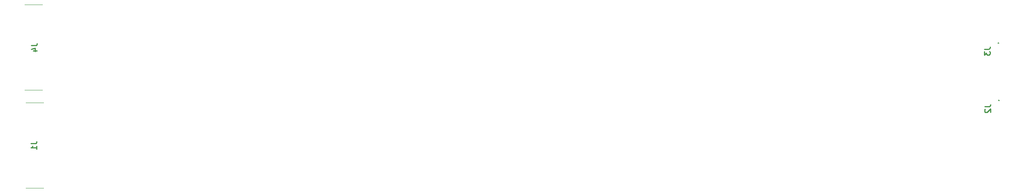
<source format=gbo>
G04 #@! TF.GenerationSoftware,KiCad,Pcbnew,6.0.8+dfsg-1~bpo11+1*
G04 #@! TF.CreationDate,2023-05-30T17:00:38-04:00*
G04 #@! TF.ProjectId,10_padded_high_res_loose,31305f70-6164-4646-9564-5f686967685f,rev?*
G04 #@! TF.SameCoordinates,Original*
G04 #@! TF.FileFunction,Legend,Bot*
G04 #@! TF.FilePolarity,Positive*
%FSLAX46Y46*%
G04 Gerber Fmt 4.6, Leading zero omitted, Abs format (unit mm)*
G04 Created by KiCad (PCBNEW 6.0.8+dfsg-1~bpo11+1) date 2023-05-30 17:00:38*
%MOMM*%
%LPD*%
G01*
G04 APERTURE LIST*
%ADD10C,0.254000*%
%ADD11C,0.200000*%
%ADD12C,0.100000*%
%ADD13C,0.050000*%
%ADD14R,1.200000X0.600000*%
%ADD15R,1.400000X0.800000*%
G04 APERTURE END LIST*
D10*
X260994523Y-82846666D02*
X261901666Y-82846666D01*
X262083095Y-82786190D01*
X262204047Y-82665238D01*
X262264523Y-82483809D01*
X262264523Y-82362857D01*
X261115476Y-83390952D02*
X261055000Y-83451428D01*
X260994523Y-83572380D01*
X260994523Y-83874761D01*
X261055000Y-83995714D01*
X261115476Y-84056190D01*
X261236428Y-84116666D01*
X261357380Y-84116666D01*
X261538809Y-84056190D01*
X262264523Y-83330476D01*
X262264523Y-84116666D01*
X51404523Y-69396666D02*
X52311666Y-69396666D01*
X52493095Y-69336190D01*
X52614047Y-69215238D01*
X52674523Y-69033809D01*
X52674523Y-68912857D01*
X51827857Y-70545714D02*
X52674523Y-70545714D01*
X51344047Y-70243333D02*
X52251190Y-69940952D01*
X52251190Y-70727142D01*
X51339523Y-90986666D02*
X52246666Y-90986666D01*
X52428095Y-90926190D01*
X52549047Y-90805238D01*
X52609523Y-90623809D01*
X52609523Y-90502857D01*
X52609523Y-92256666D02*
X52609523Y-91530952D01*
X52609523Y-91893809D02*
X51339523Y-91893809D01*
X51520952Y-91772857D01*
X51641904Y-91651904D01*
X51702380Y-91530952D01*
X260914523Y-70196666D02*
X261821666Y-70196666D01*
X262003095Y-70136190D01*
X262124047Y-70015238D01*
X262184523Y-69833809D01*
X262184523Y-69712857D01*
X260914523Y-70680476D02*
X260914523Y-71466666D01*
X261398333Y-71043333D01*
X261398333Y-71224761D01*
X261458809Y-71345714D01*
X261519285Y-71406190D01*
X261640238Y-71466666D01*
X261942619Y-71466666D01*
X262063571Y-71406190D01*
X262124047Y-71345714D01*
X262184523Y-71224761D01*
X262184523Y-70861904D01*
X262124047Y-70740952D01*
X262063571Y-70680476D01*
D11*
X264240000Y-81490000D02*
X264240000Y-81490000D01*
X264040000Y-81490000D02*
X264040000Y-81490000D01*
X264040000Y-81490000D02*
G75*
G03*
X264240000Y-81490000I100000J0D01*
G01*
X264240000Y-81490000D02*
G75*
G03*
X264040000Y-81490000I-100000J0D01*
G01*
D12*
X49940000Y-60420000D02*
X53840000Y-60420000D01*
X49940000Y-79220000D02*
X53840000Y-79220000D01*
X54110000Y-100810000D02*
X50210000Y-100810000D01*
X54110000Y-82010000D02*
X50210000Y-82010000D01*
D11*
X263940000Y-68840000D02*
X263940000Y-68840000D01*
X264140000Y-68840000D02*
X264140000Y-68840000D01*
X264140000Y-68840000D02*
G75*
G03*
X263940000Y-68840000I-100000J0D01*
G01*
X263940000Y-68840000D02*
G75*
G03*
X264140000Y-68840000I100000J0D01*
G01*
%LPC*%
D13*
X62610000Y-56820000D02*
X254610000Y-56820000D01*
X254610000Y-56820000D02*
X254610000Y-104820000D01*
X254610000Y-104820000D02*
X62610000Y-104820000D01*
X62610000Y-104820000D02*
X62610000Y-56820000D01*
G36*
X62610000Y-56820000D02*
G01*
X254610000Y-56820000D01*
X254610000Y-104820000D01*
X62610000Y-104820000D01*
X62610000Y-56820000D01*
G37*
D14*
X263090000Y-81540000D03*
X260190000Y-82040000D03*
X263090000Y-82540000D03*
X260190000Y-83040000D03*
X263090000Y-83540000D03*
X260190000Y-84040000D03*
X263090000Y-84540000D03*
X260190000Y-85040000D03*
D15*
X262990000Y-80540000D03*
X260290000Y-80540000D03*
X262990000Y-86040000D03*
X260290000Y-86040000D03*
D14*
X53490000Y-62070000D03*
X50590000Y-62570000D03*
X53490000Y-63070000D03*
X50590000Y-63570000D03*
X53490000Y-64070000D03*
X50590000Y-64570000D03*
X53490000Y-65070000D03*
X50590000Y-65570000D03*
X53490000Y-66070000D03*
X50590000Y-66570000D03*
X53490000Y-67070000D03*
X50590000Y-67570000D03*
X53490000Y-68070000D03*
X50590000Y-68570000D03*
X53490000Y-69070000D03*
X50590000Y-69570000D03*
X53490000Y-70070000D03*
X50590000Y-70570000D03*
X53490000Y-71070000D03*
X50590000Y-71570000D03*
X53490000Y-72070000D03*
X50590000Y-72570000D03*
X53490000Y-73070000D03*
X50590000Y-73570000D03*
X53490000Y-74070000D03*
X50590000Y-74570000D03*
X53490000Y-75070000D03*
X50590000Y-75570000D03*
X53490000Y-76070000D03*
X50590000Y-76570000D03*
X53490000Y-77070000D03*
X50590000Y-77570000D03*
D15*
X53390000Y-61070000D03*
X50690000Y-61070000D03*
X53390000Y-78570000D03*
X50690000Y-78570000D03*
D14*
X50560000Y-99160000D03*
X53460000Y-98660000D03*
X50560000Y-98160000D03*
X53460000Y-97660000D03*
X50560000Y-97160000D03*
X53460000Y-96660000D03*
X50560000Y-96160000D03*
X53460000Y-95660000D03*
X50560000Y-95160000D03*
X53460000Y-94660000D03*
X50560000Y-94160000D03*
X53460000Y-93660000D03*
X50560000Y-93160000D03*
X53460000Y-92660000D03*
X50560000Y-92160000D03*
X53460000Y-91660000D03*
X50560000Y-91160000D03*
X53460000Y-90660000D03*
X50560000Y-90160000D03*
X53460000Y-89660000D03*
X50560000Y-89160000D03*
X53460000Y-88660000D03*
X50560000Y-88160000D03*
X53460000Y-87660000D03*
X50560000Y-87160000D03*
X53460000Y-86660000D03*
X50560000Y-86160000D03*
X53460000Y-85660000D03*
X50560000Y-85160000D03*
X53460000Y-84660000D03*
X50560000Y-84160000D03*
X53460000Y-83660000D03*
D15*
X50660000Y-100160000D03*
X53360000Y-100160000D03*
X50660000Y-82660000D03*
X53360000Y-82660000D03*
D14*
X262990000Y-68890000D03*
X260090000Y-69390000D03*
X262990000Y-69890000D03*
X260090000Y-70390000D03*
X262990000Y-70890000D03*
X260090000Y-71390000D03*
X262990000Y-71890000D03*
X260090000Y-72390000D03*
D15*
X262890000Y-67890000D03*
X260190000Y-67890000D03*
X262890000Y-73390000D03*
X260190000Y-73390000D03*
M02*

</source>
